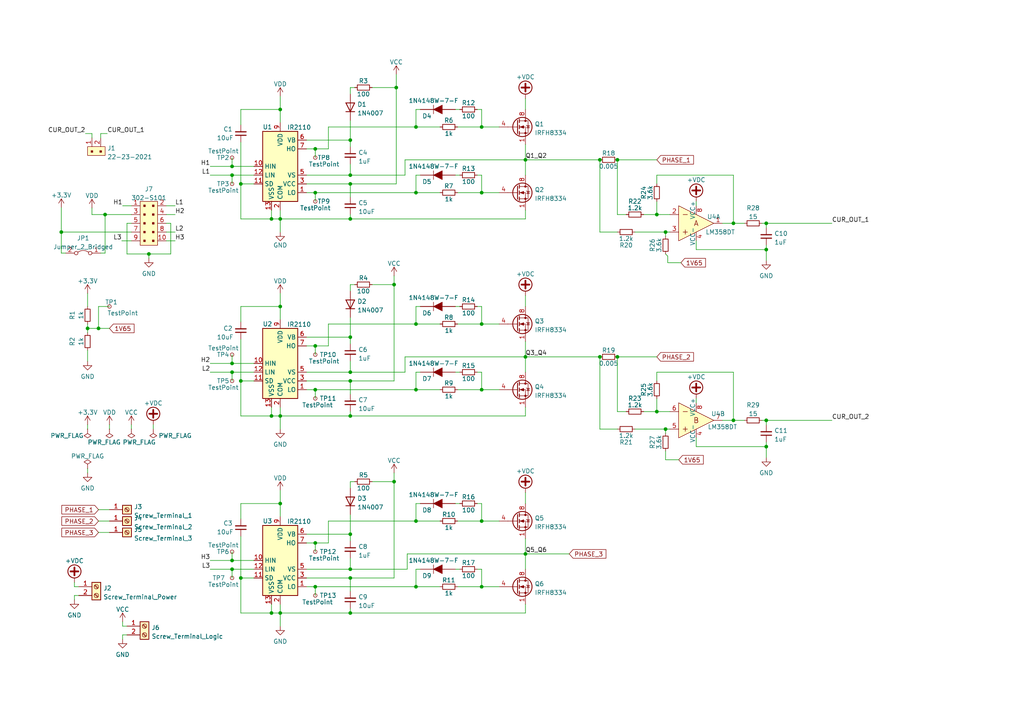
<source format=kicad_sch>
(kicad_sch (version 20211123) (generator eeschema)
  (paper "A4")
  (title_block (title "PMSM_driver") (date "2022-12-19") (rev "v0.1") (comment 1 "creativecommons.org/licences/by/4.0/") (comment 2 "Licanse: CC BY 4.0") (comment 3 "Author: Tsekhavoi Ivan"))
  (junction (at 43.18 73.66))
  (junction (at 173.99 46.355))
  (junction (at 81.28 177.8))
  (junction (at 193.04 124.46))
  (junction (at 120.65 151.13))
  (junction (at 101.6 110.49))
  (junction (at 120.65 55.88))
  (junction (at 101.6 177.8))
  (junction (at 69.85 167.64))
  (junction (at 81.28 120.65))
  (junction (at 78.74 177.8))
  (junction (at 120.65 113.03))
  (junction (at 212.725 121.92))
  (junction (at 67.31 50.8))
  (junction (at 91.44 55.88))
  (junction (at 91.44 157.48))
  (junction (at 81.28 31.75))
  (junction (at 91.44 100.33))
  (junction (at 67.31 105.41))
  (junction (at 212.725 64.77))
  (junction (at 91.44 170.18))
  (junction (at 139.7 151.13))
  (junction (at 179.07 46.355))
  (junction (at 190.5 119.38))
  (junction (at 67.31 165.1))
  (junction (at 222.25 72.39))
  (junction (at 91.44 113.03))
  (junction (at 190.5 62.23))
  (junction (at 81.28 63.5))
  (junction (at 17.78 67.31))
  (junction (at 152.4 103.505))
  (junction (at 101.6 50.8))
  (junction (at 120.65 93.98))
  (junction (at 222.25 121.92))
  (junction (at 101.6 40.64))
  (junction (at 101.6 97.79))
  (junction (at 120.65 170.18))
  (junction (at 101.6 53.34))
  (junction (at 28.575 95.25))
  (junction (at 81.28 88.9))
  (junction (at 193.04 67.31))
  (junction (at 69.85 53.34))
  (junction (at 139.7 93.98))
  (junction (at 139.7 36.83))
  (junction (at 114.3 139.7))
  (junction (at 78.74 120.65))
  (junction (at 101.6 107.95))
  (junction (at 69.85 110.49))
  (junction (at 152.4 46.355))
  (junction (at 91.44 43.18))
  (junction (at 173.99 103.505))
  (junction (at 120.65 36.83))
  (junction (at 101.6 167.64))
  (junction (at 222.25 129.54))
  (junction (at 114.3 82.55))
  (junction (at 139.7 170.18))
  (junction (at 25.4 95.25))
  (junction (at 139.7 55.88))
  (junction (at 81.28 146.05))
  (junction (at 179.07 103.505))
  (junction (at 152.4 160.655))
  (junction (at 222.25 64.77))
  (junction (at 101.6 120.65))
  (junction (at 114.935 25.4))
  (junction (at 67.31 162.56))
  (junction (at 101.6 63.5))
  (junction (at 67.31 107.95))
  (junction (at 30.48 62.23))
  (junction (at 78.74 63.5))
  (junction (at 101.6 154.94))
  (junction (at 101.6 165.1))
  (junction (at 67.31 48.26))
  (junction (at 139.7 113.03))
  (wire (pts (xy 120.65 165.1) (xy 121.92 165.1)))
  (wire (pts (xy 173.99 124.46) (xy 179.07 124.46)))
  (wire (pts (xy 36.83 73.66) (xy 36.83 64.77)))
  (wire (pts (xy 88.9 53.34) (xy 101.6 53.34)))
  (wire (pts (xy 114.935 25.4) (xy 114.935 53.34)))
  (wire (pts (xy 120.65 31.75) (xy 120.65 36.83)))
  (wire (pts (xy 173.99 46.355) (xy 173.99 67.31)))
  (wire (pts (xy 81.28 88.9) (xy 81.28 92.71)))
  (wire (pts (xy 120.65 50.8) (xy 120.65 55.88)))
  (wire (pts (xy 179.07 46.355) (xy 190.5 46.355)))
  (wire (pts (xy 193.04 124.46) (xy 194.31 124.46)))
  (wire (pts (xy 49.53 64.77) (xy 49.53 73.66)))
  (wire (pts (xy 31.115 38.735) (xy 29.21 38.735)))
  (wire (pts (xy 91.44 43.18) (xy 91.44 45.72)))
  (wire (pts (xy 101.6 167.64) (xy 114.3 167.64)))
  (wire (pts (xy 193.675 76.2) (xy 197.485 76.2)))
  (wire (pts (xy 81.28 146.05) (xy 81.28 149.86)))
  (wire (pts (xy 91.44 113.03) (xy 91.44 115.57)))
  (wire (pts (xy 212.725 107.95) (xy 212.725 121.92)))
  (wire (pts (xy 28.575 154.432) (xy 31.75 154.432)))
  (wire (pts (xy 95.25 93.98) (xy 120.65 93.98)))
  (wire (pts (xy 138.43 31.75) (xy 139.7 31.75)))
  (wire (pts (xy 91.44 55.88) (xy 91.44 58.42)))
  (wire (pts (xy 120.65 55.88) (xy 127.635 55.88)))
  (wire (pts (xy 69.85 53.34) (xy 69.85 63.5)))
  (wire (pts (xy 67.31 160.02) (xy 67.31 162.56)))
  (wire (pts (xy 67.31 50.8) (xy 67.31 53.34)))
  (wire (pts (xy 139.7 55.88) (xy 144.78 55.88)))
  (wire (pts (xy 132.08 146.05) (xy 133.35 146.05)))
  (wire (pts (xy 101.6 50.8) (xy 88.9 50.8)))
  (wire (pts (xy 120.65 113.03) (xy 127.635 113.03)))
  (wire (pts (xy 193.675 74.295) (xy 193.04 73.66)))
  (wire (pts (xy 67.31 45.72) (xy 67.31 48.26)))
  (wire (pts (xy 152.4 85.725) (xy 152.4 88.9)))
  (wire (pts (xy 139.7 88.9) (xy 139.7 93.98)))
  (wire (pts (xy 114.3 82.55) (xy 107.95 82.55)))
  (wire (pts (xy 91.44 55.88) (xy 120.65 55.88)))
  (wire (pts (xy 152.4 103.505) (xy 173.99 103.505)))
  (wire (pts (xy 132.08 107.95) (xy 133.35 107.95)))
  (wire (pts (xy 17.78 73.406) (xy 19.05 73.406)))
  (wire (pts (xy 120.65 93.98) (xy 127.635 93.98)))
  (wire (pts (xy 60.96 48.26) (xy 67.31 48.26)))
  (wire (pts (xy 60.96 50.8) (xy 67.31 50.8)))
  (wire (pts (xy 101.6 92.075) (xy 101.6 97.79)))
  (wire (pts (xy 101.6 176.53) (xy 101.6 177.8)))
  (wire (pts (xy 101.6 25.4) (xy 102.87 25.4)))
  (wire (pts (xy 43.18 73.66) (xy 43.18 74.93)))
  (wire (pts (xy 25.4 85.09) (xy 25.4 88.9)))
  (wire (pts (xy 220.98 64.77) (xy 222.25 64.77)))
  (wire (pts (xy 193.675 74.295) (xy 193.675 76.2)))
  (wire (pts (xy 190.5 115.57) (xy 190.5 119.38)))
  (wire (pts (xy 88.9 100.33) (xy 91.44 100.33)))
  (wire (pts (xy 132.08 50.8) (xy 133.35 50.8)))
  (wire (pts (xy 117.475 103.505) (xy 152.4 103.505)))
  (wire (pts (xy 28.575 151.13) (xy 31.75 151.13)))
  (wire (pts (xy 60.96 165.1) (xy 67.31 165.1)))
  (wire (pts (xy 28.575 88.9) (xy 28.575 95.25)))
  (wire (pts (xy 152.4 120.65) (xy 152.4 118.11)))
  (wire (pts (xy 25.4 123.19) (xy 25.4 124.46)))
  (wire (pts (xy 118.11 160.655) (xy 152.4 160.655)))
  (wire (pts (xy 193.04 130.81) (xy 193.04 133.35)))
  (wire (pts (xy 152.4 46.355) (xy 173.99 46.355)))
  (wire (pts (xy 101.6 110.49) (xy 114.3 110.49)))
  (wire (pts (xy 81.28 177.8) (xy 81.28 181.61)))
  (wire (pts (xy 114.3 139.7) (xy 114.3 167.64)))
  (wire (pts (xy 69.85 167.64) (xy 73.66 167.64)))
  (wire (pts (xy 222.25 72.39) (xy 222.25 75.565)))
  (wire (pts (xy 120.65 31.75) (xy 121.92 31.75)))
  (wire (pts (xy 132.715 113.03) (xy 139.7 113.03)))
  (wire (pts (xy 60.96 162.56) (xy 67.31 162.56)))
  (wire (pts (xy 67.31 107.95) (xy 73.66 107.95)))
  (wire (pts (xy 17.78 67.31) (xy 38.1 67.31)))
  (wire (pts (xy 201.93 69.85) (xy 201.93 72.39)))
  (wire (pts (xy 81.28 85.09) (xy 81.28 88.9)))
  (wire (pts (xy 78.74 63.5) (xy 78.74 60.96)))
  (wire (pts (xy 179.07 119.38) (xy 181.61 119.38)))
  (wire (pts (xy 69.85 63.5) (xy 78.74 63.5)))
  (wire (pts (xy 190.5 62.23) (xy 194.31 62.23)))
  (wire (pts (xy 152.4 46.355) (xy 152.4 50.8)))
  (wire (pts (xy 29.21 38.735) (xy 29.21 40.005)))
  (wire (pts (xy 222.25 64.77) (xy 241.3 64.77)))
  (wire (pts (xy 88.9 167.64) (xy 101.6 167.64)))
  (wire (pts (xy 117.475 50.8) (xy 101.6 50.8)))
  (wire (pts (xy 101.6 177.8) (xy 152.4 177.8)))
  (wire (pts (xy 95.25 100.33) (xy 95.25 93.98)))
  (wire (pts (xy 201.93 72.39) (xy 222.25 72.39)))
  (wire (pts (xy 212.725 64.77) (xy 209.55 64.77)))
  (wire (pts (xy 69.85 88.9) (xy 81.28 88.9)))
  (wire (pts (xy 152.4 103.505) (xy 152.4 107.95)))
  (wire (pts (xy 67.31 162.56) (xy 73.66 162.56)))
  (wire (pts (xy 35.306 69.85) (xy 38.1 69.85)))
  (wire (pts (xy 139.7 170.18) (xy 144.78 170.18)))
  (wire (pts (xy 67.31 165.1) (xy 73.66 165.1)))
  (wire (pts (xy 35.56 181.61) (xy 36.83 181.61)))
  (wire (pts (xy 67.31 48.26) (xy 73.66 48.26)))
  (wire (pts (xy 139.7 165.1) (xy 139.7 170.18)))
  (wire (pts (xy 101.6 40.64) (xy 101.6 42.545)))
  (wire (pts (xy 179.07 103.505) (xy 190.5 103.505)))
  (wire (pts (xy 67.31 102.87) (xy 67.31 105.41)))
  (wire (pts (xy 179.07 103.505) (xy 179.07 119.38)))
  (wire (pts (xy 120.65 36.83) (xy 127.635 36.83)))
  (wire (pts (xy 190.5 110.49) (xy 190.5 107.95)))
  (wire (pts (xy 25.4 104.775) (xy 25.4 101.6)))
  (wire (pts (xy 132.08 165.1) (xy 133.35 165.1)))
  (wire (pts (xy 69.85 177.8) (xy 78.74 177.8)))
  (wire (pts (xy 67.31 107.95) (xy 67.31 110.49)))
  (wire (pts (xy 139.7 113.03) (xy 144.78 113.03)))
  (wire (pts (xy 30.48 62.23) (xy 26.67 62.23)))
  (wire (pts (xy 222.25 121.92) (xy 222.25 123.19)))
  (wire (pts (xy 152.4 177.8) (xy 152.4 175.26)))
  (wire (pts (xy 222.25 128.27) (xy 222.25 129.54)))
  (wire (pts (xy 88.9 154.94) (xy 101.6 154.94)))
  (wire (pts (xy 220.98 121.92) (xy 222.25 121.92)))
  (wire (pts (xy 222.25 121.92) (xy 241.3 121.92)))
  (wire (pts (xy 69.85 167.64) (xy 69.85 177.8)))
  (wire (pts (xy 101.6 53.34) (xy 101.6 57.15)))
  (wire (pts (xy 91.44 113.03) (xy 120.65 113.03)))
  (wire (pts (xy 201.93 115.57) (xy 201.93 116.84)))
  (wire (pts (xy 152.4 160.655) (xy 165.1 160.655)))
  (wire (pts (xy 222.25 71.12) (xy 222.25 72.39)))
  (wire (pts (xy 152.4 160.655) (xy 152.4 165.1)))
  (wire (pts (xy 25.4 93.98) (xy 25.4 95.25)))
  (wire (pts (xy 132.715 36.83) (xy 139.7 36.83)))
  (wire (pts (xy 201.93 127) (xy 201.93 129.54)))
  (wire (pts (xy 120.65 50.8) (xy 121.92 50.8)))
  (wire (pts (xy 132.08 31.75) (xy 133.35 31.75)))
  (wire (pts (xy 30.48 62.23) (xy 30.48 73.406)))
  (wire (pts (xy 81.28 63.5) (xy 101.6 63.5)))
  (wire (pts (xy 95.25 157.48) (xy 95.25 151.13)))
  (wire (pts (xy 184.15 124.46) (xy 193.04 124.46)))
  (wire (pts (xy 101.6 165.1) (xy 118.11 165.1)))
  (wire (pts (xy 69.85 53.34) (xy 73.66 53.34)))
  (wire (pts (xy 88.9 107.95) (xy 101.6 107.95)))
  (wire (pts (xy 101.6 107.95) (xy 117.475 107.95)))
  (wire (pts (xy 31.75 88.9) (xy 28.575 88.9)))
  (wire (pts (xy 88.9 113.03) (xy 91.44 113.03)))
  (wire (pts (xy 101.6 104.775) (xy 101.6 107.95)))
  (wire (pts (xy 21.59 170.18) (xy 22.86 170.18)))
  (wire (pts (xy 101.6 25.4) (xy 101.6 27.305)))
  (wire (pts (xy 101.6 139.7) (xy 102.87 139.7)))
  (wire (pts (xy 69.85 88.9) (xy 69.85 93.345)))
  (wire (pts (xy 152.4 60.96) (xy 152.4 63.5)))
  (wire (pts (xy 69.85 146.05) (xy 81.28 146.05)))
  (wire (pts (xy 184.15 67.31) (xy 193.04 67.31)))
  (wire (pts (xy 114.3 80.01) (xy 114.3 82.55)))
  (wire (pts (xy 88.9 97.79) (xy 101.6 97.79)))
  (wire (pts (xy 222.25 64.77) (xy 222.25 66.04)))
  (wire (pts (xy 152.4 99.06) (xy 152.4 103.505)))
  (wire (pts (xy 48.26 69.85) (xy 50.8 69.85)))
  (wire (pts (xy 139.7 36.83) (xy 144.78 36.83)))
  (wire (pts (xy 69.85 98.425) (xy 69.85 110.49)))
  (wire (pts (xy 179.07 46.355) (xy 179.07 62.23)))
  (wire (pts (xy 26.67 60.325) (xy 26.67 62.23)))
  (wire (pts (xy 48.26 67.31) (xy 50.8 67.31)))
  (wire (pts (xy 139.7 50.8) (xy 139.7 55.88)))
  (wire (pts (xy 35.56 184.15) (xy 36.83 184.15)))
  (wire (pts (xy 24.765 38.735) (xy 26.67 38.735)))
  (wire (pts (xy 60.96 105.41) (xy 67.31 105.41)))
  (wire (pts (xy 120.65 107.95) (xy 121.92 107.95)))
  (wire (pts (xy 25.4 95.25) (xy 28.575 95.25)))
  (wire (pts (xy 138.43 50.8) (xy 139.7 50.8)))
  (wire (pts (xy 101.6 167.64) (xy 101.6 171.45)))
  (wire (pts (xy 101.6 165.1) (xy 88.9 165.1)))
  (wire (pts (xy 21.59 172.72) (xy 22.86 172.72)))
  (wire (pts (xy 186.69 119.38) (xy 190.5 119.38)))
  (wire (pts (xy 36.83 64.77) (xy 38.1 64.77)))
  (wire (pts (xy 35.56 185.42) (xy 35.56 184.15)))
  (wire (pts (xy 38.1 123.19) (xy 38.1 124.46)))
  (wire (pts (xy 190.5 107.95) (xy 212.725 107.95)))
  (wire (pts (xy 118.11 160.655) (xy 118.11 165.1)))
  (wire (pts (xy 102.87 82.55) (xy 101.6 82.55)))
  (wire (pts (xy 91.44 43.18) (xy 88.9 43.18)))
  (wire (pts (xy 114.935 21.59) (xy 114.935 25.4)))
  (wire (pts (xy 139.7 107.95) (xy 139.7 113.03)))
  (wire (pts (xy 132.715 151.13) (xy 139.7 151.13)))
  (wire (pts (xy 88.9 110.49) (xy 101.6 110.49)))
  (wire (pts (xy 139.7 93.98) (xy 144.78 93.98)))
  (wire (pts (xy 81.28 63.5) (xy 81.28 60.96)))
  (wire (pts (xy 132.08 88.9) (xy 133.35 88.9)))
  (wire (pts (xy 107.95 25.4) (xy 114.935 25.4)))
  (wire (pts (xy 88.9 40.64) (xy 101.6 40.64)))
  (wire (pts (xy 21.59 168.91) (xy 21.59 170.18)))
  (wire (pts (xy 17.78 60.198) (xy 17.78 67.31)))
  (wire (pts (xy 81.28 31.75) (xy 81.28 35.56)))
  (wire (pts (xy 25.4 135.89) (xy 25.4 137.16)))
  (wire (pts (xy 38.1 59.69) (xy 35.56 59.69)))
  (wire (pts (xy 120.65 107.95) (xy 120.65 113.03)))
  (wire (pts (xy 190.5 58.42) (xy 190.5 62.23)))
  (wire (pts (xy 69.85 110.49) (xy 73.66 110.49)))
  (wire (pts (xy 78.74 177.8) (xy 78.74 175.26)))
  (wire (pts (xy 132.715 93.98) (xy 139.7 93.98)))
  (wire (pts (xy 81.28 120.65) (xy 101.6 120.65)))
  (wire (pts (xy 101.6 62.23) (xy 101.6 63.5)))
  (wire (pts (xy 117.475 103.505) (xy 117.475 107.95)))
  (wire (pts (xy 138.43 88.9) (xy 139.7 88.9)))
  (wire (pts (xy 179.07 62.23) (xy 181.61 62.23)))
  (wire (pts (xy 88.9 157.48) (xy 91.44 157.48)))
  (wire (pts (xy 31.75 123.19) (xy 31.75 124.46)))
  (wire (pts (xy 43.18 73.66) (xy 49.53 73.66)))
  (wire (pts (xy 48.26 64.77) (xy 49.53 64.77)))
  (wire (pts (xy 81.28 177.8) (xy 101.6 177.8)))
  (wire (pts (xy 48.26 62.23) (xy 50.8 62.23)))
  (wire (pts (xy 95.25 36.83) (xy 95.25 43.18)))
  (wire (pts (xy 101.6 53.34) (xy 114.935 53.34)))
  (wire (pts (xy 88.9 170.18) (xy 91.44 170.18)))
  (wire (pts (xy 28.575 147.828) (xy 31.75 147.828)))
  (wire (pts (xy 67.31 105.41) (xy 73.66 105.41)))
  (wire (pts (xy 30.48 62.23) (xy 38.1 62.23)))
  (wire (pts (xy 173.99 103.505) (xy 173.99 124.46)))
  (wire (pts (xy 69.85 120.65) (xy 78.74 120.65)))
  (wire (pts (xy 120.65 88.9) (xy 121.92 88.9)))
  (wire (pts (xy 101.6 119.38) (xy 101.6 120.65)))
  (wire (pts (xy 60.96 107.95) (xy 67.31 107.95)))
  (wire (pts (xy 69.85 150.495) (xy 69.85 146.05)))
  (wire (pts (xy 132.715 170.18) (xy 139.7 170.18)))
  (wire (pts (xy 152.4 142.875) (xy 152.4 146.05)))
  (wire (pts (xy 190.5 50.8) (xy 212.725 50.8)))
  (wire (pts (xy 91.44 170.18) (xy 120.65 170.18)))
  (wire (pts (xy 28.575 95.25) (xy 31.75 95.25)))
  (wire (pts (xy 138.43 146.05) (xy 139.7 146.05)))
  (wire (pts (xy 152.4 41.91) (xy 152.4 46.355)))
  (wire (pts (xy 193.04 124.46) (xy 193.04 125.73)))
  (wire (pts (xy 120.65 88.9) (xy 120.65 93.98)))
  (wire (pts (xy 21.59 173.99) (xy 21.59 172.72)))
  (wire (pts (xy 139.7 146.05) (xy 139.7 151.13)))
  (wire (pts (xy 95.25 151.13) (xy 120.65 151.13)))
  (wire (pts (xy 193.04 67.31) (xy 194.31 67.31)))
  (wire (pts (xy 67.31 165.1) (xy 67.31 167.64)))
  (wire (pts (xy 120.65 36.83) (xy 95.25 36.83)))
  (wire (pts (xy 138.43 107.95) (xy 139.7 107.95)))
  (wire (pts (xy 120.65 170.18) (xy 127.635 170.18)))
  (wire (pts (xy 101.6 82.55) (xy 101.6 84.455)))
  (wire (pts (xy 193.04 67.31) (xy 193.04 68.58)))
  (wire (pts (xy 114.3 82.55) (xy 114.3 110.49)))
  (wire (pts (xy 81.28 63.5) (xy 81.28 67.31)))
  (wire (pts (xy 67.31 50.8) (xy 73.66 50.8)))
  (wire (pts (xy 78.74 177.8) (xy 81.28 177.8)))
  (wire (pts (xy 88.9 55.88) (xy 91.44 55.88)))
  (wire (pts (xy 212.725 50.8) (xy 212.725 64.77)))
  (wire (pts (xy 139.7 31.75) (xy 139.7 36.83)))
  (wire (pts (xy 212.725 121.92) (xy 215.9 121.92)))
  (wire (pts (xy 81.28 118.11) (xy 81.28 120.65)))
  (wire (pts (xy 69.85 155.575) (xy 69.85 167.64)))
  (wire (pts (xy 101.6 120.65) (xy 152.4 120.65)))
  (wire (pts (xy 107.95 139.7) (xy 114.3 139.7)))
  (wire (pts (xy 81.28 27.94) (xy 81.28 31.75)))
  (wire (pts (xy 95.25 43.18) (xy 91.44 43.18)))
  (wire (pts (xy 152.4 63.5) (xy 101.6 63.5)))
  (wire (pts (xy 152.4 156.21) (xy 152.4 160.655)))
  (wire (pts (xy 222.25 129.54) (xy 222.25 132.715)))
  (wire (pts (xy 193.04 133.35) (xy 196.85 133.35)))
  (wire (pts (xy 78.74 120.65) (xy 81.28 120.65)))
  (wire (pts (xy 114.3 137.16) (xy 114.3 139.7)))
  (wire (pts (xy 173.99 67.31) (xy 179.07 67.31)))
  (wire (pts (xy 101.6 161.925) (xy 101.6 165.1)))
  (wire (pts (xy 209.55 121.92) (xy 212.725 121.92)))
  (wire (pts (xy 29.21 73.406) (xy 30.48 73.406)))
  (wire (pts (xy 81.28 142.24) (xy 81.28 146.05)))
  (wire (pts (xy 101.6 47.625) (xy 101.6 50.8)))
  (wire (pts (xy 212.725 64.77) (xy 215.9 64.77)))
  (wire (pts (xy 91.44 170.18) (xy 91.44 172.72)))
  (wire (pts (xy 120.65 146.05) (xy 120.65 151.13)))
  (wire (pts (xy 120.65 146.05) (xy 121.92 146.05)))
  (wire (pts (xy 101.6 97.79) (xy 101.6 99.695)))
  (wire (pts (xy 190.5 50.8) (xy 190.5 53.34)))
  (wire (pts (xy 91.44 100.33) (xy 91.44 102.87)))
  (wire (pts (xy 91.44 157.48) (xy 95.25 157.48)))
  (wire (pts (xy 101.6 34.925) (xy 101.6 40.64)))
  (wire (pts (xy 35.56 180.34) (xy 35.56 181.61)))
  (wire (pts (xy 25.4 95.25) (xy 25.4 96.52)))
  (wire (pts (xy 101.6 110.49) (xy 101.6 114.3)))
  (wire (pts (xy 81.28 120.65) (xy 81.28 124.46)))
  (wire (pts (xy 69.85 110.49) (xy 69.85 120.65)))
  (wire (pts (xy 120.65 151.13) (xy 127.635 151.13)))
  (wire (pts (xy 190.5 119.38) (xy 194.31 119.38)))
  (wire (pts (xy 138.43 165.1) (xy 139.7 165.1)))
  (wire (pts (xy 69.85 31.75) (xy 69.85 36.195)))
  (wire (pts (xy 152.4 28.575) (xy 152.4 31.75)))
  (wire (pts (xy 78.74 120.65) (xy 78.74 118.11)))
  (wire (pts (xy 48.26 59.69) (xy 50.8 59.69)))
  (wire (pts (xy 117.475 46.355) (xy 117.475 50.8)))
  (wire (pts (xy 120.65 165.1) (xy 120.65 170.18)))
  (wire (pts (xy 132.715 55.88) (xy 139.7 55.88)))
  (wire (pts (xy 101.6 154.94) (xy 101.6 156.845)))
  (wire (pts (xy 186.69 62.23) (xy 190.5 62.23)))
  (wire (pts (xy 101.6 139.7) (xy 101.6 141.605)))
  (wire (pts (xy 36.83 73.66) (xy 43.18 73.66)))
  (wire (pts (xy 101.6 149.225) (xy 101.6 154.94)))
  (wire (pts (xy 26.67 38.735) (xy 26.67 40.005)))
  (wire (pts (xy 78.74 63.5) (xy 81.28 63.5)))
  (wire (pts (xy 17.78 67.31) (xy 17.78 73.406)))
  (wire (pts (xy 91.44 100.33) (xy 95.25 100.33)))
  (wire (pts (xy 201.93 129.54) (xy 222.25 129.54)))
  (wire (pts (xy 152.4 46.355) (xy 117.475 46.355)))
  (wire (pts (xy 69.85 31.75) (xy 81.28 31.75)))
  (wire (pts (xy 69.85 41.275) (xy 69.85 53.34)))
  (wire (pts (xy 201.93 58.42) (xy 201.93 59.69)))
  (wire (pts (xy 44.45 123.19) (xy 44.45 124.46)))
  (wire (pts (xy 91.44 157.48) (xy 91.44 160.02)))
  (wire (pts (xy 81.28 177.8) (xy 81.28 175.26)))
  (wire (pts (xy 139.7 151.13) (xy 144.78 151.13)))
  (label "L1" (at 60.96 50.8 180))
  (label "CUR_OUT_2" (at 241.3 121.92 0))
  (label "L2" (at 50.8 67.31 0))
  (label "H1" (at 35.56 59.69 180))
  (label "CUR_OUT_1" (at 241.3 64.77 0))
  (label "H2" (at 50.8 62.23 0))
  (label "H3" (at 60.96 162.56 180))
  (label "L3" (at 35.306 69.85 180))
  (label "CUR_OUT_2" (at 24.765 38.735 180))
  (label "Q5_Q6" (at 152.4 160.528 0))
  (label "CUR_OUT_1" (at 31.115 38.735 0))
  (label "H3" (at 50.8 69.85 0))
  (label "L2" (at 60.96 107.95 180))
  (label "H1" (at 60.96 48.26 180))
  (label "Q1_Q2" (at 152.4 46.228 0))
  (label "L1" (at 50.8 59.69 0))
  (label "H2" (at 60.96 105.41 180))
  (label "L3" (at 60.96 165.1 180))
  (label "Q3_Q4" (at 152.4 103.378 0))
  (global_label "PHASE_3" (shape input) (at 165.1 160.655 0) (property "Intersheet References" "${INTERSHEET_REFS}" (effects hide)))
  (global_label "PHASE_3" (shape input) (at 28.575 154.432 180) (property "Intersheet References" "${INTERSHEET_REFS}" (effects hide)))
  (global_label "PHASE_1" (shape input) (at 190.5 46.355 0) (property "Intersheet References" "${INTERSHEET_REFS}" (effects hide)))
  (global_label "1V65" (shape input) (at 197.485 76.2 0) (property "Intersheet References" "${INTERSHEET_REFS}" (effects hide)))
  (global_label "PHASE_2" (shape input) (at 28.575 151.13 180) (property "Intersheet References" "${INTERSHEET_REFS}" (effects hide)))
  (global_label "1V65" (shape input) (at 31.75 95.25 0) (property "Intersheet References" "${INTERSHEET_REFS}" (effects hide)))
  (global_label "PHASE_1" (shape input) (at 28.575 147.828 180) (property "Intersheet References" "${INTERSHEET_REFS}" (effects hide)))
  (global_label "PHASE_2" (shape input) (at 190.5 103.505 0) (property "Intersheet References" "${INTERSHEET_REFS}" (effects hide)))
  (global_label "1V65" (shape input) (at 196.85 133.35 0) (property "Intersheet References" "${INTERSHEET_REFS}" (effects hide)))
  (symbol (lib_id "Diode:1N4007") (at 101.6 145.415 90) (unit 1)
    (property "Reference" "D3" (at 103.632 144.5803 90) (effects (justify right)))
    (property "Value" "1N4007" (at 103.632 147.1172 90) (effects (justify right)))
    (property "Footprint" "Diode_THT:D_DO-41_SOD81_P10.16mm_Horizontal" (effects hide))
    (property "Datasheet" "http://www.vishay.com/docs/88503/1n4001.pdf" (effects hide))
  )
  (symbol (lib_id "dk_Linear-Amplifiers-Instrumentation-OP-Amps-Buffer-Amps:LM358DT") (at 201.93 121.92 0) (unit 2)
    (property "Reference" "U4" (at 208.28 120.015 0))
    (property "Value" "LM358DT" (at 209.55 123.825 0))
    (property "Footprint" "digikey-footprints:SOIC-8_W3.9mm" (effects hide))
    (property "Datasheet" "http://www.st.com/content/ccc/resource/technical/document/datasheet/61/46/87/01/98/ed/44/c5/CD00000464.pdf/files/CD00000464.pdf/jcr:content/translations/en.CD00000464.pdf" (effects hide))
    (property "Digi-Key_PN" "497-1591-1-ND" (effects hide))
    (property "MPN" "LM358DT" (effects hide))
    (property "Category" "Integrated Circuits (ICs)" (effects hide))
    (property "Family" "Linear - Amplifiers - Instrumentation, OP Amps, Buffer Amps" (effects hide))
    (property "DK_Datasheet_Link" "http://www.st.com/content/ccc/resource/technical/document/datasheet/61/46/87/01/98/ed/44/c5/CD00000464.pdf/files/CD00000464.pdf/jcr:content/translations/en.CD00000464.pdf" (effects hide))
    (property "DK_Detail_Page" "/product-detail/en/stmicroelectronics/LM358DT/497-1591-1-ND/592083" (effects hide))
    (property "Description" "IC OPAMP GP 2 CIRCUIT 8SO" (effects hide))
    (property "Manufacturer" "STMicroelectronics" (effects hide))
    (property "Status" "Active" (effects hide))
  )
  (symbol (lib_id "dk_Rectangular-Connectors-Headers-Male-Pins:302-S101") (at 43.18 64.77 0) (unit 1)
    (property "Reference" "J7" (at 43.18 54.8472 0))
    (property "Value" "302-S101" (at 43.18 57.3841 0))
    (property "Footprint" "Connector_PinHeader_2.54mm:PinHeader_2x05_P2.54mm_Vertical" (effects hide))
    (property "Datasheet" "http://www.on-shore.com/wp-content/uploads/2018/04/302-SXX1.pdf" (effects hide))
    (property "Digi-Key_PN" "ED1543-ND" (effects hide))
    (property "MPN" "302-S101" (effects hide))
    (property "Category" "Connectors, Interconnects" (effects hide))
    (property "Family" "Rectangular Connectors - Headers, Male Pins" (effects hide))
    (property "DK_Datasheet_Link" "http://www.on-shore.com/wp-content/uploads/2018/04/302-SXX1.pdf" (effects hide))
    (property "DK_Detail_Page" "/product-detail/en/on-shore-technology-inc/302-S101/ED1543-ND/2178422" (effects hide))
    (property "Description" "CONN HEADER VERT 10POS 2.54MM" (effects hide))
    (property "Manufacturer" "On Shore Technology Inc." (effects hide))
    (property "Status" "Active" (effects hide))
  )
  (symbol (lib_id "Device:C_Small") (at 101.6 116.84 180) (unit 1)
    (property "Reference" "C7" (at 103.9241 115.9989 0) (effects (justify right)))
    (property "Value" "10uF" (at 103.9241 118.5358 0) (effects (justify right)))
    (property "Footprint" "Capacitor_SMD:C_1210_3225Metric_Pad1.33x2.70mm_HandSolder" (effects hide))
  )
  (symbol (lib_id "power:VDD") (at 26.67 60.325 0) (mirror y) (unit 1)
    (property "Reference" "#PWR08" (effects hide))
    (property "Value" "VDD" (at 26.67 56.7492 0))
  )
  (symbol (lib_id "Device:R_Small") (at 130.175 113.03 90) (unit 1)
    (property "Reference" "R9" (at 130.175 111.125 90))
    (property "Value" "1k" (at 130.175 114.935 90))
    (property "Footprint" "Resistor_SMD:R_0603_1608Metric_Pad0.98x0.95mm_HandSolder" (effects hide))
  )
  (symbol (lib_id "Device:R_Small") (at 176.53 46.355 270) (unit 1)
    (property "Reference" "R18" (at 176.53 44.45 90))
    (property "Value" "0.005" (at 176.53 48.2545 90))
    (property "Footprint" "Resistor_SMD:R_2512_6332Metric_Pad1.40x3.35mm_HandSolder" (effects hide))
  )
  (symbol (lib_id "power:VCC") (at 114.3 80.01 0) (unit 1)
    (property "Reference" "#PWR021" (effects hide))
    (property "Value" "VCC" (at 114.3 76.4342 0))
  )
  (symbol (lib_id "Connector:TestPoint_Small") (at 67.31 167.64 0) (unit 1)
    (property "Reference" "TP7" (at 61.595 167.64 0) (effects (justify left)))
    (property "Value" "TestPoint" (at 60.325 169.545 0) (effects (justify left)))
    (property "Footprint" "TestPoint:TestPoint_Pad_D1.5mm" (effects hide))
  )
  (symbol (lib_id "Connector:TestPoint_Small") (at 31.75 88.9 0) (unit 1)
    (property "Reference" "TP1" (at 30.48 87.63 0) (effects (justify left)))
    (property "Value" "TestPoint" (at 31.115 90.805 0) (effects (justify left)))
    (property "Footprint" "TestPoint:TestPoint_Pad_D1.5mm" (effects hide))
  )
  (symbol (lib_id "power:+VDC") (at 152.4 85.725 0) (unit 1)
    (property "Reference" "#PWR025" (effects hide))
    (property "Value" "+VDC" (at 152.4 79.4822 0))
  )
  (symbol (lib_id "power:+VDC") (at 152.4 142.875 0) (unit 1)
    (property "Reference" "#PWR026" (effects hide))
    (property "Value" "+VDC" (at 152.4 136.6322 0))
  )
  (symbol (lib_id "Device:R_Small") (at 190.5 55.88 180) (unit 1)
    (property "Reference" "R24" (at 186.69 55.88 90))
    (property "Value" "3.6k" (at 188.6005 55.88 90))
    (property "Footprint" "Resistor_SMD:R_0603_1608Metric_Pad0.98x0.95mm_HandSolder" (effects hide))
  )
  (symbol (lib_id "dk_Diodes-Rectifiers-Single:1N4148W-7-F") (at 127 107.95 180) (unit 1)
    (property "Reference" "D7" (at 123.825 109.855 0))
    (property "Value" "1N4148W-7-F" (at 125.73 105.41 0))
    (property "Footprint" "digikey-footprints:SOD-123" (effects hide))
    (property "Datasheet" "https://www.diodes.com/assets/Datasheets/ds30086.pdf" (effects hide))
    (property "Digi-Key_PN" "1N4148W-FDICT-ND" (effects hide))
    (property "MPN" "1N4148W-7-F" (effects hide))
    (property "Category" "Discrete Semiconductor Products" (effects hide))
    (property "Family" "Diodes - Rectifiers - Single" (effects hide))
    (property "DK_Datasheet_Link" "https://www.diodes.com/assets/Datasheets/ds30086.pdf" (effects hide))
    (property "DK_Detail_Page" "/product-detail/en/diodes-incorporated/1N4148W-7-F/1N4148W-FDICT-ND/815280" (effects hide))
    (property "Description" "DIODE GEN PURP 100V 300MA SOD123" (effects hide))
    (property "Manufacturer" "Diodes Incorporated" (effects hide))
    (property "Status" "Active" (effects hide))
  )
  (symbol (lib_id "Jumper:Jumper_2_Bridged") (at 24.13 73.406 0) (mirror y) (unit 1)
    (property "Reference" "JP1" (at 24.13 69.0712 0))
    (property "Value" "Jumper_2_Bridged" (at 24.13 71.6081 0))
    (property "Footprint" "Jumper:SolderJumper-2_P1.3mm_Open_RoundedPad1.0x1.5mm" (effects hide))
  )
  (symbol (lib_id "Device:C_Small") (at 101.6 173.99 180) (unit 1)
    (property "Reference" "C9" (at 103.9241 173.1489 0) (effects (justify right)))
    (property "Value" "10uF" (at 103.9241 175.6858 0) (effects (justify right)))
    (property "Footprint" "Capacitor_SMD:C_1210_3225Metric_Pad1.33x2.70mm_HandSolder" (effects hide))
  )
  (symbol (lib_id "power:+3.3V") (at 25.4 123.19 0) (unit 1)
    (property "Reference" "#PWR06" (effects hide))
    (property "Value" "+3.3V" (at 25.4 119.6142 0))
  )
  (symbol (lib_id "Connector:TestPoint_Small") (at 91.44 45.72 0) (unit 1)
    (property "Reference" "TP8" (at 92.075 45.72 0) (effects (justify left)))
    (property "Value" "TestPoint" (at 89.535 47.625 0) (effects (justify left)))
    (property "Footprint" "TestPoint:TestPoint_Pad_D1.5mm" (effects hide))
  )
  (symbol (lib_id "Connector:TestPoint_Small") (at 91.44 160.02 0) (unit 1)
    (property "Reference" "TP12" (at 92.71 160.02 0) (effects (justify left)))
    (property "Value" "TestPoint" (at 89.535 161.925 0) (effects (justify left)))
    (property "Footprint" "TestPoint:TestPoint_Pad_D1.5mm" (effects hide))
  )
  (symbol (lib_id "Device:R_Small") (at 130.175 151.13 90) (unit 1)
    (property "Reference" "R10" (at 130.175 149.225 90))
    (property "Value" "1k" (at 130.175 153.035 90))
    (property "Footprint" "Resistor_SMD:R_0603_1608Metric_Pad0.98x0.95mm_HandSolder" (effects hide))
  )
  (symbol (lib_id "Device:R_Small") (at 218.44 64.77 90) (unit 1)
    (property "Reference" "R28" (at 218.44 60.3336 90))
    (property "Value" "15" (at 218.44 62.8705 90))
    (property "Footprint" "Resistor_SMD:R_0603_1608Metric_Pad0.98x0.95mm_HandSolder" (effects hide))
  )
  (symbol (lib_id "dk_Rectangular-Connectors-Headers-Male-Pins:22-23-2021") (at 26.67 42.545 0) (unit 1)
    (property "Reference" "J1" (at 31.115 42.9803 0) (effects (justify left)))
    (property "Value" "22-23-2021" (at 31.115 45.5172 0) (effects (justify left)))
    (property "Footprint" "Connector_PinHeader_2.54mm:PinHeader_1x02_P2.54mm_Vertical" (effects hide))
    (property "Datasheet" "https://media.digikey.com/pdf/Data%20Sheets/Molex%20PDFs/A-6373-N_Series_Dwg_2010-12-03.pdf" (effects hide))
    (property "Digi-Key_PN" "WM4200-ND" (effects hide))
    (property "MPN" "22-23-2021" (effects hide))
    (property "Category" "Connectors, Interconnects" (effects hide))
    (property "Family" "Rectangular Connectors - Headers, Male Pins" (effects hide))
    (property "DK_Datasheet_Link" "https://media.digikey.com/pdf/Data%20Sheets/Molex%20PDFs/A-6373-N_Series_Dwg_2010-12-03.pdf" (effects hide))
    (property "DK_Detail_Page" "/product-detail/en/molex/22-23-2021/WM4200-ND/26667" (effects hide))
    (property "Description" "CONN HEADER VERT 2POS 2.54MM" (effects hide))
    (property "Manufacturer" "Molex" (effects hide))
    (property "Status" "Active" (effects hide))
  )
  (symbol (lib_id "Connector:Screw_Terminal_01x01") (at 36.83 147.828 0) (unit 1)
    (property "Reference" "J3" (at 38.862 146.9933 0) (effects (justify left)))
    (property "Value" "Screw_Terminal_1" (at 38.862 149.5302 0) (effects (justify left)))
    (property "Footprint" "TestPoint:TestPoint_Pad_4.0x4.0mm" (effects hide))
  )
  (symbol (lib_id "power:VDD") (at 31.75 123.19 0) (unit 1)
    (property "Reference" "#PWR09" (effects hide))
    (property "Value" "VDD" (at 31.75 119.6142 0))
  )
  (symbol (lib_id "Device:R_Small") (at 105.41 82.55 270) (unit 1)
    (property "Reference" "R4" (at 105.41 80.645 90))
    (property "Value" "100" (at 105.41 84.4495 90))
    (property "Footprint" "Resistor_SMD:R_0603_1608Metric_Pad0.98x0.95mm_HandSolder" (effects hide))
  )
  (symbol (lib_id "power:PWR_FLAG") (at 25.4 135.89 0) (unit 1)
    (property "Reference" "#FLG02" (effects hide))
    (property "Value" "PWR_FLAG" (at 25.4 132.3142 0))
  )
  (symbol (lib_id "Connector:TestPoint_Small") (at 67.31 160.02 0) (unit 1)
    (property "Reference" "TP6" (at 62.865 160.02 0) (effects (justify left)))
    (property "Value" "TestPoint" (at 60.325 158.115 0) (effects (justify left)))
    (property "Footprint" "TestPoint:TestPoint_Pad_D1.5mm" (effects hide))
  )
  (symbol (lib_id "Diode:1N4007") (at 101.6 31.115 90) (unit 1)
    (property "Reference" "D1" (at 103.632 30.2803 90) (effects (justify right)))
    (property "Value" "1N4007" (at 103.632 32.8172 90) (effects (justify right)))
    (property "Footprint" "Diode_THT:D_DO-41_SOD81_P10.16mm_Horizontal" (effects hide))
    (property "Datasheet" "http://www.vishay.com/docs/88503/1n4001.pdf" (effects hide))
  )
  (symbol (lib_name "IRFH8334_2") (lib_id "IRFH8334:IRFH8334") (at 149.86 170.18 0) (unit 1)
    (property "Reference" "Q6" (at 155.067 169.3453 0) (effects (justify left)))
    (property "Value" "IRFH8334" (at 155.067 171.8822 0) (effects (justify left)))
    (property "Footprint" "IRFH8334:IFX-PQFN-5X6E-V" (effects hide))
    (property "Datasheet" "https://www.infineon.com/dgdl/Infineon-IRFH8334-DataSheet-v01_01-EN.pdf?fileId=5546d462533600a40153561fcb3e1f21" (effects hide))
  )
  (symbol (lib_id "Device:R_Small") (at 181.61 124.46 90) (unit 1)
    (property "Reference" "R21" (at 181.61 128.27 90))
    (property "Value" "1.2k" (at 181.61 126.365 90))
    (property "Footprint" "Resistor_SMD:R_0603_1608Metric_Pad0.98x0.95mm_HandSolder" (effects hide))
  )
  (symbol (lib_id "power:VCC") (at 114.935 21.59 0) (unit 1)
    (property "Reference" "#PWR023" (effects hide))
    (property "Value" "VCC" (at 114.935 18.0142 0))
  )
  (symbol (lib_id "power:PWR_FLAG") (at 25.4 124.46 180) (unit 1)
    (property "Reference" "#FLG01" (effects hide))
    (property "Value" "PWR_FLAG" (at 14.605 126.365 0) (effects (justify right)))
  )
  (symbol (lib_id "Device:R_Small") (at 130.175 36.83 90) (unit 1)
    (property "Reference" "R6" (at 130.175 34.925 90))
    (property "Value" "1k" (at 130.175 38.735 90))
    (property "Footprint" "Resistor_SMD:R_0603_1608Metric_Pad0.98x0.95mm_HandSolder" (effects hide))
  )
  (symbol (lib_id "dk_Diodes-Rectifiers-Single:1N4148W-7-F") (at 127 50.8 180) (unit 1)
    (property "Reference" "D5" (at 123.825 52.705 0))
    (property "Value" "1N4148W-7-F" (at 125.73 48.26 0))
    (property "Footprint" "digikey-footprints:SOD-123" (effects hide))
    (property "Datasheet" "https://www.diodes.com/assets/Datasheets/ds30086.pdf" (effects hide))
    (property "Digi-Key_PN" "1N4148W-FDICT-ND" (effects hide))
    (property "MPN" "1N4148W-7-F" (effects hide))
    (property "Category" "Discrete Semiconductor Products" (effects hide))
    (property "Family" "Diodes - Rectifiers - Single" (effects hide))
    (property "DK_Datasheet_Link" "https://www.diodes.com/assets/Datasheets/ds30086.pdf" (effects hide))
    (property "DK_Detail_Page" "/product-detail/en/diodes-incorporated/1N4148W-7-F/1N4148W-FDICT-ND/815280" (effects hide))
    (property "Description" "DIODE GEN PURP 100V 300MA SOD123" (effects hide))
    (property "Manufacturer" "Diodes Incorporated" (effects hide))
    (property "Status" "Active" (effects hide))
  )
  (symbol (lib_id "power:+VDC") (at 201.93 115.57 0) (unit 1)
    (property "Reference" "#PWR028" (effects hide))
    (property "Value" "+VDC" (at 201.93 109.3272 0))
  )
  (symbol (lib_id "Device:C_Small") (at 222.25 68.58 180) (unit 1)
    (property "Reference" "C10" (at 224.5741 67.7389 0) (effects (justify right)))
    (property "Value" "1uF" (at 224.5741 70.2758 0) (effects (justify right)))
    (property "Footprint" "Capacitor_SMD:C_0805_2012Metric_Pad1.18x1.45mm_HandSolder" (effects hide))
  )
  (symbol (lib_id "Device:C_Small") (at 222.25 125.73 180) (unit 1)
    (property "Reference" "C11" (at 224.5741 124.8889 0) (effects (justify right)))
    (property "Value" "1uF" (at 224.5741 127.4258 0) (effects (justify right)))
    (property "Footprint" "Capacitor_SMD:C_0805_2012Metric_Pad1.18x1.45mm_HandSolder" (effects hide))
  )
  (symbol (lib_id "Driver_FET:IR2110") (at 81.28 48.26 0) (unit 1)
    (property "Reference" "U1" (at 76.2 36.83 0) (effects (justify left)))
    (property "Value" "IR2110" (at 83.2994 36.9371 0) (effects (justify left)))
    (property "Footprint" "Package_DIP:DIP-14_W7.62mm" (effects hide))
    (property "Datasheet" "https://www.infineon.com/dgdl/ir2110.pdf?fileId=5546d462533600a4015355c80333167e" (effects hide))
  )
  (symbol (lib_id "power:VDD") (at 81.28 142.24 0) (unit 1)
    (property "Reference" "#PWR019" (effects hide))
    (property "Value" "VDD" (at 81.28 138.6642 0))
  )
  (symbol (lib_id "Device:R_Small") (at 135.89 88.9 90) (unit 1)
    (property "Reference" "R14" (at 135.89 86.995 90))
    (property "Value" "100" (at 135.89 90.805 90))
    (property "Footprint" "Resistor_SMD:R_0603_1608Metric_Pad0.98x0.95mm_HandSolder" (effects hide))
  )
  (symbol (lib_id "Connector:TestPoint_Small") (at 91.44 58.42 0) (unit 1)
    (property "Reference" "TP9" (at 92.075 58.42 0) (effects (justify left)))
    (property "Value" "TestPoint" (at 86.995 60.325 0) (effects (justify left)))
    (property "Footprint" "TestPoint:TestPoint_Pad_D1.5mm" (effects hide))
  )
  (symbol (lib_id "dk_Diodes-Rectifiers-Single:1N4148W-7-F") (at 127 88.9 180) (unit 1)
    (property "Reference" "D6" (at 123.825 90.805 0))
    (property "Value" "1N4148W-7-F" (at 125.73 86.36 0))
    (property "Footprint" "digikey-footprints:SOD-123" (effects hide))
    (property "Datasheet" "https://www.diodes.com/assets/Datasheets/ds30086.pdf" (effects hide))
    (property "Digi-Key_PN" "1N4148W-FDICT-ND" (effects hide))
    (property "MPN" "1N4148W-7-F" (effects hide))
    (property "Category" "Discrete Semiconductor Products" (effects hide))
    (property "Family" "Diodes - Rectifiers - Single" (effects hide))
    (property "DK_Datasheet_Link" "https://www.diodes.com/assets/Datasheets/ds30086.pdf" (effects hide))
    (property "DK_Detail_Page" "/product-detail/en/diodes-incorporated/1N4148W-7-F/1N4148W-FDICT-ND/815280" (effects hide))
    (property "Description" "DIODE GEN PURP 100V 300MA SOD123" (effects hide))
    (property "Manufacturer" "Diodes Incorporated" (effects hide))
    (property "Status" "Active" (effects hide))
  )
  (symbol (lib_id "Device:R_Small") (at 130.175 93.98 90) (unit 1)
    (property "Reference" "R8" (at 130.175 92.075 90))
    (property "Value" "1k" (at 130.175 95.885 90))
    (property "Footprint" "Resistor_SMD:R_0603_1608Metric_Pad0.98x0.95mm_HandSolder" (effects hide))
  )
  (symbol (lib_id "dk_Diodes-Rectifiers-Single:1N4148W-7-F") (at 127 31.75 180) (unit 1)
    (property "Reference" "D4" (at 123.825 33.655 0))
    (property "Value" "1N4148W-7-F" (at 125.73 29.21 0))
    (property "Footprint" "digikey-footprints:SOD-123" (effects hide))
    (property "Datasheet" "https://www.diodes.com/assets/Datasheets/ds30086.pdf" (effects hide))
    (property "Digi-Key_PN" "1N4148W-FDICT-ND" (effects hide))
    (property "MPN" "1N4148W-7-F" (effects hide))
    (property "Category" "Discrete Semiconductor Products" (effects hide))
    (property "Family" "Diodes - Rectifiers - Single" (effects hide))
    (property "DK_Datasheet_Link" "https://www.diodes.com/assets/Datasheets/ds30086.pdf" (effects hide))
    (property "DK_Detail_Page" "/product-detail/en/diodes-incorporated/1N4148W-7-F/1N4148W-FDICT-ND/815280" (effects hide))
    (property "Description" "DIODE GEN PURP 100V 300MA SOD123" (effects hide))
    (property "Manufacturer" "Diodes Incorporated" (effects hide))
    (property "Status" "Active" (effects hide))
  )
  (symbol (lib_id "Device:C_Small") (at 69.85 153.035 180) (unit 1)
    (property "Reference" "C3" (at 64.77 151.765 0) (effects (justify right)))
    (property "Value" "10uF" (at 62.865 154.305 0) (effects (justify right)))
    (property "Footprint" "Capacitor_SMD:C_1210_3225Metric_Pad1.33x2.70mm_HandSolder" (effects hide))
  )
  (symbol (lib_id "Connector:TestPoint_Small") (at 91.44 115.57 0) (unit 1)
    (property "Reference" "TP11" (at 92.71 115.57 0) (effects (justify left)))
    (property "Value" "TestPoint" (at 87.63 117.475 0) (effects (justify left)))
    (property "Footprint" "TestPoint:TestPoint_Pad_D1.5mm" (effects hide))
  )
  (symbol (lib_id "Device:R_Small") (at 176.53 103.505 270) (unit 1)
    (property "Reference" "R19" (at 176.53 101.6 90))
    (property "Value" "0.005" (at 176.53 105.4045 90))
    (property "Footprint" "Resistor_SMD:R_2512_6332Metric_Pad1.40x3.35mm_HandSolder" (effects hide))
  )
  (symbol (lib_id "Device:R_Small") (at 135.89 107.95 90) (unit 1)
    (property "Reference" "R15" (at 135.89 106.045 90))
    (property "Value" "100" (at 135.89 109.855 90))
    (property "Footprint" "Resistor_SMD:R_0603_1608Metric_Pad0.98x0.95mm_HandSolder" (effects hide))
  )
  (symbol (lib_id "IRFH8334:IRFH8334") (at 149.86 36.83 0) (unit 1)
    (property "Reference" "Q1" (at 155.067 35.9953 0) (effects (justify left)))
    (property "Value" "IRFH8334" (at 155.067 38.5322 0) (effects (justify left)))
    (property "Footprint" "IRFH8334:IFX-PQFN-5X6E-V" (effects hide))
    (property "Datasheet" "https://www.infineon.com/dgdl/Infineon-IRFH8334-DataSheet-v01_01-EN.pdf?fileId=5546d462533600a40153561fcb3e1f21" (effects hide))
  )
  (symbol (lib_id "power:VCC") (at 114.3 137.16 0) (unit 1)
    (property "Reference" "#PWR022" (effects hide))
    (property "Value" "VCC" (at 114.3 133.5842 0))
  )
  (symbol (lib_id "Connector:Screw_Terminal_01x01") (at 36.83 151.13 0) (unit 1)
    (property "Reference" "J4" (at 38.862 150.2953 0) (effects (justify left)))
    (property "Value" "Screw_Terminal_2" (at 38.862 152.8322 0) (effects (justify left)))
    (property "Footprint" "TestPoint:TestPoint_Pad_4.0x4.0mm" (effects hide))
  )
  (symbol (lib_id "power:PWR_FLAG") (at 31.75 124.46 180) (unit 1)
    (property "Reference" "#FLG03" (effects hide))
    (property "Value" "PWR_FLAG" (at 25.4 128.27 0) (effects (justify right)))
  )
  (symbol (lib_id "power:+3.3V") (at 17.78 60.198 0) (mirror y) (unit 1)
    (property "Reference" "#PWR01" (effects hide))
    (property "Value" "+3.3V" (at 17.78 56.6222 0))
  )
  (symbol (lib_id "Connector:Screw_Terminal_01x01") (at 36.83 154.432 0) (unit 1)
    (property "Reference" "J5" (at 38.862 153.5973 0) (effects (justify left)))
    (property "Value" "Screw_Terminal_3" (at 38.862 156.1342 0) (effects (justify left)))
    (property "Footprint" "TestPoint:TestPoint_Pad_4.0x4.0mm" (effects hide))
  )
  (symbol (lib_id "power:GND") (at 25.4 104.775 0) (unit 1)
    (property "Reference" "#PWR05" (effects hide))
    (property "Value" "GND" (at 25.4 109.2184 0))
  )
  (symbol (lib_id "Device:R_Small") (at 135.89 165.1 90) (unit 1)
    (property "Reference" "R17" (at 135.89 163.195 90))
    (property "Value" "100" (at 135.89 167.005 90))
    (property "Footprint" "Resistor_SMD:R_0603_1608Metric_Pad0.98x0.95mm_HandSolder" (effects hide))
  )
  (symbol (lib_id "Device:C_Small") (at 101.6 159.385 0) (unit 1)
    (property "Reference" "C8" (at 103.9241 158.5566 0) (effects (justify left)))
    (property "Value" "1uF" (at 103.9241 161.0935 0) (effects (justify left)))
    (property "Footprint" "Capacitor_SMD:C_0805_2012Metric_Pad1.18x1.45mm_HandSolder" (effects hide))
  )
  (symbol (lib_id "power:+VDC") (at 21.59 168.91 0) (unit 1)
    (property "Reference" "#PWR02" (effects hide))
    (property "Value" "+VDC" (at 21.59 162.6672 0))
  )
  (symbol (lib_id "power:PWR_FLAG") (at 38.1 124.46 180) (unit 1)
    (property "Reference" "#FLG04" (effects hide))
    (property "Value" "PWR_FLAG" (at 35.56 128.27 0) (effects (justify right)))
  )
  (symbol (lib_id "Device:R_Small") (at 135.89 31.75 90) (unit 1)
    (property "Reference" "R12" (at 135.89 29.845 90))
    (property "Value" "100" (at 135.89 33.655 90))
    (property "Footprint" "Resistor_SMD:R_0603_1608Metric_Pad0.98x0.95mm_HandSolder" (effects hide))
  )
  (symbol (lib_id "Device:R_Small") (at 181.61 67.31 90) (unit 1)
    (property "Reference" "R20" (at 181.61 71.12 90))
    (property "Value" "1.2k" (at 181.61 69.215 90))
    (property "Footprint" "Resistor_SMD:R_0603_1608Metric_Pad0.98x0.95mm_HandSolder" (effects hide))
  )
  (symbol (lib_name "GND_1") (lib_id "power:GND") (at 222.25 132.715 0) (unit 1)
    (property "Reference" "#PWR030" (effects hide))
    (property "Value" "GND" (at 222.25 137.1584 0))
  )
  (symbol (lib_id "power:VDD") (at 81.28 85.09 0) (unit 1)
    (property "Reference" "#PWR017" (effects hide))
    (property "Value" "VDD" (at 81.28 81.5142 0))
  )
  (symbol (lib_id "Device:R_Small") (at 190.5 113.03 180) (unit 1)
    (property "Reference" "R25" (at 186.69 113.03 90))
    (property "Value" "3.6k" (at 188.6005 113.03 90))
    (property "Footprint" "Resistor_SMD:R_0603_1608Metric_Pad0.98x0.95mm_HandSolder" (effects hide))
  )
  (symbol (lib_id "Connector:TestPoint_Small") (at 67.31 102.87 0) (unit 1)
    (property "Reference" "TP4" (at 62.865 102.87 0) (effects (justify left)))
    (property "Value" "TestPoint" (at 60.325 100.965 0) (effects (justify left)))
    (property "Footprint" "TestPoint:TestPoint_Pad_D1.5mm" (effects hide))
  )
  (symbol (lib_id "power:VCC") (at 35.56 180.34 0) (unit 1)
    (property "Reference" "#PWR010" (effects hide))
    (property "Value" "VCC" (at 35.56 176.7642 0))
  )
  (symbol (lib_name "IRFH8334_5") (lib_id "IRFH8334:IRFH8334") (at 149.86 55.88 0) (unit 1)
    (property "Reference" "Q2" (at 155.067 55.0453 0) (effects (justify left)))
    (property "Value" "IRFH8334" (at 155.067 57.5822 0) (effects (justify left)))
    (property "Footprint" "IRFH8334:IFX-PQFN-5X6E-V" (effects hide))
    (property "Datasheet" "https://www.infineon.com/dgdl/Infineon-IRFH8334-DataSheet-v01_01-EN.pdf?fileId=5546d462533600a40153561fcb3e1f21" (effects hide))
  )
  (symbol (lib_id "power:+VDC") (at 152.4 28.575 0) (unit 1)
    (property "Reference" "#PWR024" (effects hide))
    (property "Value" "+VDC" (at 152.4 22.3322 0))
  )
  (symbol (lib_id "power:GND") (at 43.18 74.93 0) (mirror y) (unit 1)
    (property "Reference" "#PWR013" (effects hide))
    (property "Value" "GND" (at 43.18 79.3734 0))
  )
  (symbol (lib_id "Device:R_Small") (at 25.4 91.44 180) (unit 1)
    (property "Reference" "R1" (at 20.9636 91.44 90))
    (property "Value" "1k" (at 23.5005 91.44 90))
    (property "Footprint" "Resistor_SMD:R_0603_1608Metric_Pad0.98x0.95mm_HandSolder" (effects hide))
  )
  (symbol (lib_id "power:GND") (at 35.56 185.42 0) (unit 1)
    (property "Reference" "#PWR011" (effects hide))
    (property "Value" "GND" (at 35.56 189.8634 0))
  )
  (symbol (lib_id "Driver_FET:IR2110") (at 81.28 162.56 0) (unit 1)
    (property "Reference" "U3" (at 76.2 151.13 0) (effects (justify left)))
    (property "Value" "IR2110" (at 83.2994 151.2371 0) (effects (justify left)))
    (property "Footprint" "Package_DIP:DIP-14_W7.62mm" (effects hide))
    (property "Datasheet" "https://www.infineon.com/dgdl/ir2110.pdf?fileId=5546d462533600a4015355c80333167e" (effects hide))
  )
  (symbol (lib_id "Device:C_Small") (at 101.6 45.085 0) (unit 1)
    (property "Reference" "C4" (at 103.9241 44.2566 0) (effects (justify left)))
    (property "Value" "1uF" (at 103.9241 46.7935 0) (effects (justify left)))
    (property "Footprint" "Capacitor_SMD:C_0805_2012Metric_Pad1.18x1.45mm_HandSolder" (effects hide))
  )
  (symbol (lib_id "Device:C_Small") (at 69.85 95.885 180) (unit 1)
    (property "Reference" "C2" (at 64.77 95.25 0) (effects (justify right)))
    (property "Value" "10uF" (at 62.865 97.79 0) (effects (justify right)))
    (property "Footprint" "Capacitor_SMD:C_1210_3225Metric_Pad1.33x2.70mm_HandSolder" (effects hide))
  )
  (symbol (lib_id "Diode:1N4007") (at 101.6 88.265 90) (unit 1)
    (property "Reference" "D2" (at 103.632 87.4303 90) (effects (justify right)))
    (property "Value" "1N4007" (at 103.632 89.9672 90) (effects (justify right)))
    (property "Footprint" "Diode_THT:D_DO-41_SOD81_P10.16mm_Horizontal" (effects hide))
    (property "Datasheet" "http://www.vishay.com/docs/88503/1n4001.pdf" (effects hide))
  )
  (symbol (lib_id "power:VDD") (at 81.28 27.94 0) (unit 1)
    (property "Reference" "#PWR015" (effects hide))
    (property "Value" "VDD" (at 81.28 24.3642 0))
  )
  (symbol (lib_id "Device:C_Small") (at 101.6 59.69 180) (unit 1)
    (property "Reference" "C5" (at 103.9241 58.8489 0) (effects (justify right)))
    (property "Value" "10uF" (at 103.9241 61.3858 0) (effects (justify right)))
    (property "Footprint" "Capacitor_SMD:C_1210_3225Metric_Pad1.33x2.70mm_HandSolder" (effects hide))
  )
  (symbol (lib_id "Connector:TestPoint_Small") (at 91.44 172.72 0) (unit 1)
    (property "Reference" "TP13" (at 92.71 172.72 0) (effects (justify left)))
    (property "Value" "TestPoint" (at 87.63 174.625 0) (effects (justify left)))
    (property "Footprint" "TestPoint:TestPoint_Pad_D1.5mm" (effects hide))
  )
  (symbol (lib_id "Device:R_Small") (at 105.41 25.4 270) (unit 1)
    (property "Reference" "R3" (at 105.41 23.495 90))
    (property "Value" "100" (at 105.41 27.2995 90))
    (property "Footprint" "Resistor_SMD:R_0603_1608Metric_Pad0.98x0.95mm_HandSolder" (effects hide))
  )
  (symbol (lib_id "Driver_FET:IR2110") (at 81.28 105.41 0) (unit 1)
    (property "Reference" "U2" (at 76.2 93.98 0) (effects (justify left)))
    (property "Value" "IR2110" (at 83.2994 94.0871 0) (effects (justify left)))
    (property "Footprint" "Package_DIP:DIP-14_W7.62mm" (effects hide))
    (property "Datasheet" "https://www.infineon.com/dgdl/ir2110.pdf?fileId=5546d462533600a4015355c80333167e" (effects hide))
  )
  (symbol (lib_id "Device:R_Small") (at 184.15 119.38 90) (unit 1)
    (property "Reference" "R23" (at 184.15 115.57 90))
    (property "Value" "1.2k" (at 184.15 117.475 90))
    (property "Footprint" "Resistor_SMD:R_0603_1608Metric_Pad0.98x0.95mm_HandSolder" (effects hide))
  )
  (symbol (lib_id "Connector:TestPoint_Small") (at 67.31 110.49 0) (unit 1)
    (property "Reference" "TP5" (at 62.865 110.49 0) (effects (justify left)))
    (property "Value" "TestPoint" (at 60.325 112.395 0) (effects (justify left)))
    (property "Footprint" "TestPoint:TestPoint_Pad_D1.5mm" (effects hide))
  )
  (symbol (lib_id "Connector:TestPoint_Small") (at 67.31 53.34 0) (unit 1)
    (property "Reference" "TP3" (at 62.865 53.34 0) (effects (justify left)))
    (property "Value" "TestPoint" (at 60.325 55.245 0) (effects (justify left)))
    (property "Footprint" "TestPoint:TestPoint_Pad_D1.5mm" (effects hide))
  )
  (symbol (lib_id "Device:R_Small") (at 135.89 50.8 90) (unit 1)
    (property "Reference" "R13" (at 135.89 48.895 90))
    (property "Value" "100" (at 135.89 52.705 90))
    (property "Footprint" "Resistor_SMD:R_0603_1608Metric_Pad0.98x0.95mm_HandSolder" (effects hide))
  )
  (symbol (lib_id "dk_Diodes-Rectifiers-Single:1N4148W-7-F") (at 127 165.1 180) (unit 1)
    (property "Reference" "D9" (at 123.825 167.005 0))
    (property "Value" "1N4148W-7-F" (at 125.73 162.56 0))
    (property "Footprint" "digikey-footprints:SOD-123" (effects hide))
    (property "Datasheet" "https://www.diodes.com/assets/Datasheets/ds30086.pdf" (effects hide))
    (property "Digi-Key_PN" "1N4148W-FDICT-ND" (effects hide))
    (property "MPN" "1N4148W-7-F" (effects hide))
    (property "Category" "Discrete Semiconductor Products" (effects hide))
    (property "Family" "Diodes - Rectifiers - Single" (effects hide))
    (property "DK_Datasheet_Link" "https://www.diodes.com/assets/Datasheets/ds30086.pdf" (effects hide))
    (property "DK_Detail_Page" "/product-detail/en/diodes-incorporated/1N4148W-7-F/1N4148W-FDICT-ND/815280" (effects hide))
    (property "Description" "DIODE GEN PURP 100V 300MA SOD123" (effects hide))
    (property "Manufacturer" "Diodes Incorporated" (effects hide))
    (property "Status" "Active" (effects hide))
  )
  (symbol (lib_id "Connector:TestPoint_Small") (at 67.31 45.72 0) (unit 1)
    (property "Reference" "TP2" (at 62.865 45.72 0) (effects (justify left)))
    (property "Value" "TestPoint" (at 60.325 43.815 0) (effects (justify left)))
    (property "Footprint" "TestPoint:TestPoint_Pad_D1.5mm" (effects hide))
  )
  (symbol (lib_id "Device:R_Small") (at 218.44 121.92 90) (unit 1)
    (property "Reference" "R29" (at 218.44 117.4836 90))
    (property "Value" "15" (at 218.44 120.0205 90))
    (property "Footprint" "Resistor_SMD:R_0603_1608Metric_Pad0.98x0.95mm_HandSolder" (effects hide))
  )
  (symbol (lib_id "Device:C_Small") (at 101.6 102.235 0) (unit 1)
    (property "Reference" "C6" (at 103.9241 101.4066 0) (effects (justify left)))
    (property "Value" "1uF" (at 103.9241 103.9435 0) (effects (justify left)))
    (property "Footprint" "Capacitor_SMD:C_0805_2012Metric_Pad1.18x1.45mm_HandSolder" (effects hide))
  )
  (symbol (lib_id "power:GND") (at 81.28 67.31 0) (unit 1)
    (property "Reference" "#PWR016" (effects hide))
    (property "Value" "GND" (at 81.28 71.12 0))
  )
  (symbol (lib_id "Device:C_Small") (at 69.85 38.735 180) (unit 1)
    (property "Reference" "C1" (at 64.77 37.465 0) (effects (justify right)))
    (property "Value" "10uF" (at 62.865 40.005 0) (effects (justify right)))
    (property "Footprint" "Capacitor_SMD:C_1210_3225Metric_Pad1.33x2.70mm_HandSolder" (effects hide))
  )
  (symbol (lib_id "Device:R_Small") (at 184.15 62.23 90) (unit 1)
    (property "Reference" "R22" (at 184.15 58.42 90))
    (property "Value" "1.2k" (at 184.15 60.3305 90))
    (property "Footprint" "Resistor_SMD:R_0603_1608Metric_Pad0.98x0.95mm_HandSolder" (effects hide))
  )
  (symbol (lib_id "power:GND") (at 21.59 173.99 0) (unit 1)
    (property "Reference" "#PWR03" (effects hide))
    (property "Value" "GND" (at 21.59 178.4334 0))
  )
  (symbol (lib_id "Device:R_Small") (at 135.89 146.05 90) (unit 1)
    (property "Reference" "R16" (at 135.89 144.145 90))
    (property "Value" "100" (at 135.89 147.955 90))
    (property "Footprint" "Resistor_SMD:R_0603_1608Metric_Pad0.98x0.95mm_HandSolder" (effects hide))
  )
  (symbol (lib_id "Connector:TestPoint_Small") (at 91.44 102.87 0) (unit 1)
    (property "Reference" "TP10" (at 92.71 102.87 0) (effects (justify left)))
    (property "Value" "TestPoint" (at 89.535 104.775 0) (effects (justify left)))
    (property "Footprint" "TestPoint:TestPoint_Pad_D1.5mm" (effects hide))
  )
  (symbol (lib_id "power:PWR_FLAG") (at 44.45 124.46 180) (unit 1)
    (property "Reference" "#FLG05" (effects hide))
    (property "Value" "PWR_FLAG" (at 50.8 126.365 0))
  )
  (symbol (lib_id "Device:R_Small") (at 130.175 170.18 90) (unit 1)
    (property "Reference" "R11" (at 130.175 168.275 90))
    (property "Value" "1k" (at 130.175 172.085 90))
    (property "Footprint" "Resistor_SMD:R_0603_1608Metric_Pad0.98x0.95mm_HandSolder" (effects hide))
  )
  (symbol (lib_id "power:VCC") (at 38.1 123.19 0) (unit 1)
    (property "Reference" "#PWR012" (effects hide))
    (property "Value" "VCC" (at 38.1 119.6142 0))
  )
  (symbol (lib_id "power:+3.3V") (at 25.4 85.09 0) (unit 1)
    (property "Reference" "#PWR04" (effects hide))
    (property "Value" "+3.3V" (at 25.4 81.5142 0))
  )
  (symbol (lib_id "dk_Linear-Amplifiers-Instrumentation-OP-Amps-Buffer-Amps:LM358DT") (at 201.93 64.77 0) (unit 1)
    (property "Reference" "U4" (at 207.01 62.865 0))
    (property "Value" "LM358DT" (at 208.915 67.31 0))
    (property "Footprint" "digikey-footprints:SOIC-8_W3.9mm" (effects hide))
    (property "Datasheet" "http://www.st.com/content/ccc/resource/technical/document/datasheet/61/46/87/01/98/ed/44/c5/CD00000464.pdf/files/CD00000464.pdf/jcr:content/translations/en.CD00000464.pdf" (effects hide))
    (property "Digi-Key_PN" "497-1591-1-ND" (effects hide))
    (property "MPN" "LM358DT" (effects hide))
    (property "Category" "Integrated Circuits (ICs)" (effects hide))
    (property "Family" "Linear - Amplifiers - Instrumentation, OP Amps, Buffer Amps" (effects hide))
    (property "DK_Datasheet_Link" "http://www.st.com/content/ccc/resource/technical/document/datasheet/61/46/87/01/98/ed/44/c5/CD00000464.pdf/files/CD00000464.pdf/jcr:content/translations/en.CD00000464.pdf" (effects hide))
    (property "DK_Detail_Page" "/product-detail/en/stmicroelectronics/LM358DT/497-1591-1-ND/592083" (effects hide))
    (property "Description" "IC OPAMP GP 2 CIRCUIT 8SO" (effects hide))
    (property "Manufacturer" "STMicroelectronics" (effects hide))
    (property "Status" "Active" (effects hide))
  )
  (symbol (lib_id "Connector:Screw_Terminal_01x02") (at 27.94 170.18 0) (unit 1)
    (property "Reference" "J2" (at 29.972 170.6153 0) (effects (justify left)))
    (property "Value" "Screw_Terminal_Power" (at 29.972 173.1522 0) (effects (justify left)))
    (property "Footprint" "TerminalBlock_Phoenix:TerminalBlock_Phoenix_MKDS-1,5-2_1x02_P5.00mm_Horizontal" (effects hide))
  )
  (symbol (lib_id "Device:R_Small") (at 193.04 71.12 180) (unit 1)
    (property "Reference" "R26" (at 189.23 71.12 90))
    (property "Value" "3.6k" (at 191.1405 71.12 90))
    (property "Footprint" "Resistor_SMD:R_0603_1608Metric_Pad0.98x0.95mm_HandSolder" (effects hide))
  )
  (symbol (lib_id "power:GND") (at 222.25 75.565 0) (unit 1)
    (property "Reference" "#PWR029" (effects hide))
    (property "Value" "GND" (at 222.25 80.0084 0))
  )
  (symbol (lib_id "dk_Diodes-Rectifiers-Single:1N4148W-7-F") (at 127 146.05 180) (unit 1)
    (property "Reference" "D8" (at 123.825 147.955 0))
    (property "Value" "1N4148W-7-F" (at 125.73 143.51 0))
    (property "Footprint" "digikey-footprints:SOD-123" (effects hide))
    (property "Datasheet" "https://www.diodes.com/assets/Datasheets/ds30086.pdf" (effects hide))
    (property "Digi-Key_PN" "1N4148W-FDICT-ND" (effects hide))
    (property "MPN" "1N4148W-7-F" (effects hide))
    (property "Category" "Discrete Semiconductor Products" (effects hide))
    (property "Family" "Diodes - Rectifiers - Single" (effects hide))
    (property "DK_Datasheet_Link" "https://www.diodes.com/assets/Datasheets/ds30086.pdf" (effects hide))
    (property "DK_Detail_Page" "/product-detail/en/diodes-incorporated/1N4148W-7-F/1N4148W-FDICT-ND/815280" (effects hide))
    (property "Description" "DIODE GEN PURP 100V 300MA SOD123" (effects hide))
    (property "Manufacturer" "Diodes Incorporated" (effects hide))
    (property "Status" "Active" (effects hide))
  )
  (symbol (lib_name "IRFH8334_3") (lib_id "IRFH8334:IRFH8334") (at 149.86 93.98 0) (unit 1)
    (property "Reference" "Q3" (at 155.067 93.1453 0) (effects (justify left)))
    (property "Value" "IRFH8334" (at 155.067 95.6822 0) (effects (justify left)))
    (property "Footprint" "IRFH8334:IFX-PQFN-5X6E-V" (effects hide))
    (property "Datasheet" "https://www.infineon.com/dgdl/Infineon-IRFH8334-DataSheet-v01_01-EN.pdf?fileId=5546d462533600a40153561fcb3e1f21" (effects hide))
  )
  (symbol (lib_id "Device:R_Small") (at 105.41 139.7 270) (unit 1)
    (property "Reference" "R5" (at 105.41 137.795 90))
    (property "Value" "100" (at 105.41 141.5995 90))
    (property "Footprint" "Resistor_SMD:R_0603_1608Metric_Pad0.98x0.95mm_HandSolder" (effects hide))
  )
  (symbol (lib_id "Device:R_Small") (at 193.04 128.27 180) (unit 1)
    (property "Reference" "R27" (at 189.23 128.27 90))
    (property "Value" "3.6k" (at 191.1405 128.27 90))
    (property "Footprint" "Resistor_SMD:R_0603_1608Metric_Pad0.98x0.95mm_HandSolder" (effects hide))
  )
  (symbol (lib_id "Connector:Screw_Terminal_01x02") (at 41.91 181.61 0) (unit 1)
    (property "Reference" "J6" (at 43.942 182.0453 0) (effects (justify left)))
    (property "Value" "Screw_Terminal_Logic" (at 43.942 184.5822 0) (effects (justify left)))
    (property "Footprint" "TerminalBlock_Phoenix:TerminalBlock_Phoenix_MKDS-1,5-2_1x02_P5.00mm_Horizontal" (effects hide))
  )
  (symbol (lib_name "IRFH8334_1") (lib_id "IRFH8334:IRFH8334") (at 149.86 151.13 0) (unit 1)
    (property "Reference" "Q5" (at 155.067 150.2953 0) (effects (justify left)))
    (property "Value" "IRFH8334" (at 155.067 152.8322 0) (effects (justify left)))
    (property "Footprint" "IRFH8334:IFX-PQFN-5X6E-V" (effects hide))
    (property "Datasheet" "https://www.infineon.com/dgdl/Infineon-IRFH8334-DataSheet-v01_01-EN.pdf?fileId=5546d462533600a40153561fcb3e1f21" (effects hide))
  )
  (symbol (lib_id "power:+VDC") (at 201.93 58.42 0) (unit 1)
    (property "Reference" "#PWR027" (effects hide))
    (property "Value" "+VDC" (at 201.93 52.1772 0))
  )
  (symbol (lib_id "power:GND") (at 81.28 181.61 0) (unit 1)
    (property "Reference" "#PWR020" (effects hide))
    (property "Value" "GND" (at 81.28 186.0534 0))
  )
  (symbol (lib_id "power:+VDC") (at 44.45 123.19 0) (unit 1)
    (property "Reference" "#PWR014" (effects hide))
    (property "Value" "+VDC" (at 44.45 116.9472 0))
  )
  (symbol (lib_name "IRFH8334_4") (lib_id "IRFH8334:IRFH8334") (at 149.86 113.03 0) (unit 1)
    (property "Reference" "Q4" (at 155.067 112.1953 0) (effects (justify left)))
    (property "Value" "IRFH8334" (at 155.067 114.7322 0) (effects (justify left)))
    (property "Footprint" "IRFH8334:IFX-PQFN-5X6E-V" (effects hide))
    (property "Datasheet" "https://www.infineon.com/dgdl/Infineon-IRFH8334-DataSheet-v01_01-EN.pdf?fileId=5546d462533600a40153561fcb3e1f21" (effects hide))
  )
  (symbol (lib_id "Device:R_Small") (at 25.4 99.06 180) (unit 1)
    (property "Reference" "R2" (at 20.9636 99.06 90))
    (property "Value" "1k" (at 23.5005 99.06 90))
    (property "Footprint" "Resistor_SMD:R_0603_1608Metric_Pad0.98x0.95mm_HandSolder" (effects hide))
  )
  (symbol (lib_id "Device:R_Small") (at 130.175 55.88 90) (unit 1)
    (property "Reference" "R7" (at 130.175 53.975 90))
    (property "Value" "1k" (at 130.175 57.785 90))
    (property "Footprint" "Resistor_SMD:R_0603_1608Metric_Pad0.98x0.95mm_HandSolder" (effects hide))
  )
  (symbol (lib_id "power:GND") (at 25.4 137.16 0) (unit 1)
    (property "Reference" "#PWR07" (effects hide))
    (property "Value" "GND" (at 25.4 141.6034 0))
  )
  (symbol (lib_id "power:GND") (at 81.28 124.46 0) (unit 1)
    (property "Reference" "#PWR018" (effects hide))
    (property "Value" "GND" (at 81.28 128.905 0))
  )
)
</source>
